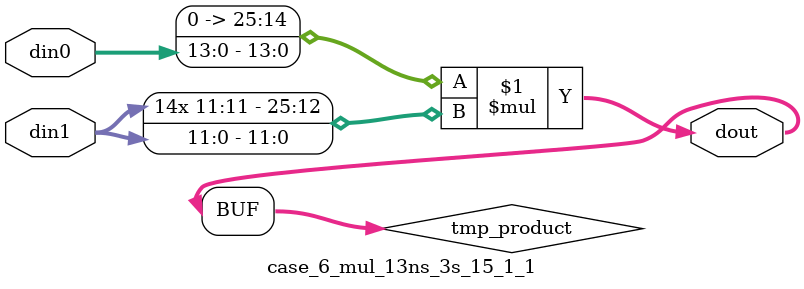
<source format=v>

`timescale 1 ns / 1 ps

 (* use_dsp = "no" *)  module case_6_mul_13ns_3s_15_1_1(din0, din1, dout);
parameter ID = 1;
parameter NUM_STAGE = 0;
parameter din0_WIDTH = 14;
parameter din1_WIDTH = 12;
parameter dout_WIDTH = 26;

input [din0_WIDTH - 1 : 0] din0; 
input [din1_WIDTH - 1 : 0] din1; 
output [dout_WIDTH - 1 : 0] dout;

wire signed [dout_WIDTH - 1 : 0] tmp_product;

























assign tmp_product = $signed({1'b0, din0}) * $signed(din1);










assign dout = tmp_product;





















endmodule

</source>
